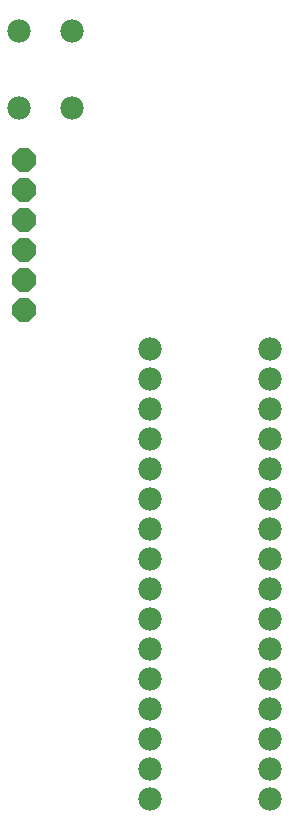
<source format=gbs>
G75*
%MOIN*%
%OFA0B0*%
%FSLAX26Y26*%
%IPPOS*%
%LPD*%
%AMOC8*
5,1,8,0,0,1.08239X$1,22.5*
%
%ADD10C,0.078000*%
%ADD11OC8,0.078000*%
D10*
X00653000Y00183000D03*
X00653000Y00283000D03*
X00653000Y00383000D03*
X00653000Y00483000D03*
X00653000Y00583000D03*
X00653000Y00683000D03*
X00653000Y00783000D03*
X00653000Y00883000D03*
X00653000Y00983000D03*
X00653000Y01083000D03*
X00653000Y01183000D03*
X00653000Y01283000D03*
X00653000Y01383000D03*
X00653000Y01483000D03*
X00653000Y01583000D03*
X00653000Y01683000D03*
X00392000Y02485000D03*
X00392000Y02741000D03*
X00214000Y02741000D03*
X00214000Y02485000D03*
X01053000Y01683000D03*
X01053000Y01583000D03*
X01053000Y01483000D03*
X01053000Y01383000D03*
X01053000Y01283000D03*
X01053000Y01183000D03*
X01053000Y01083000D03*
X01053000Y00983000D03*
X01053000Y00883000D03*
X01053000Y00783000D03*
X01053000Y00683000D03*
X01053000Y00583000D03*
X01053000Y00483000D03*
X01053000Y00383000D03*
X01053000Y00283000D03*
X01053000Y00183000D03*
D11*
X00233000Y01813000D03*
X00233000Y01913000D03*
X00233000Y02013000D03*
X00233000Y02113000D03*
X00233000Y02213000D03*
X00233000Y02313000D03*
M02*

</source>
